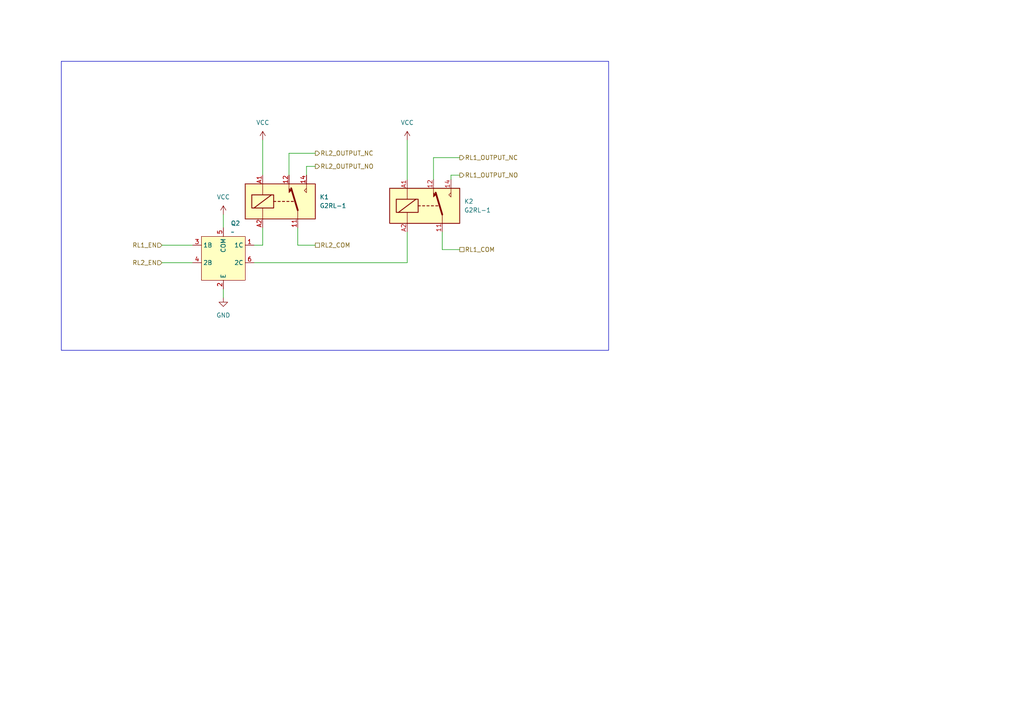
<source format=kicad_sch>
(kicad_sch (version 20250114) (generator "eeschema") (generator_version "9.0")
  (paper "A4")
  (lib_symbols
    (symbol "Relay:G2RL-1"
      (property "Reference" "K" (at 11.43 3.81 0))
      (property "Value" "G2RL-1" (at 11.43 1.27 0))
      (symbol "G2RL-1_0_0"
        (polyline (pts (xy 7.62 5.08) (xy 7.62 2.54) (xy 6.985 3.175) (xy 7.62 3.81)))
      )
      (symbol "G2RL-1_0_1"
        (rectangle (start -10.16 5.08) (end 10.16 -5.08) (stroke (width 0.254)) (fill (type background)))
        (rectangle (start -8.255 1.905) (end -1.905 -1.905) (stroke (width 0.254)))
        (polyline (pts (xy -7.62 -1.905) (xy -2.54 1.905)) (stroke (width 0.254)))
        (polyline (pts (xy -5.08 5.08) (xy -5.08 1.905)))
        (polyline (pts (xy -5.08 -5.08) (xy -5.08 -1.905)))
        (polyline (pts (xy -1.905 0) (xy -1.27 0)) (stroke (width 0.254)))
        (polyline (pts (xy -0.635 0) (xy 0 0)) (stroke (width 0.254)))
        (polyline (pts (xy 0.635 0) (xy 1.27 0)) (stroke (width 0.254)))
        (polyline (pts (xy 1.905 0) (xy 2.54 0)) (stroke (width 0.254)))
        (polyline (pts (xy 2.54 5.08) (xy 2.54 2.54) (xy 3.175 3.175) (xy 2.54 3.81)) (fill (type outline)))
        (polyline (pts (xy 3.175 0) (xy 3.81 0)) (stroke (width 0.254)))
        (polyline (pts (xy 5.08 -2.54) (xy 3.175 3.81)) (stroke (width 0.508)))
        (polyline (pts (xy 5.08 -2.54) (xy 5.08 -5.08)))
      )
      (symbol "G2RL-1_1_1"
        (pin passive line (at -5.08 7.62 270) (length 2.54) (name "~") (number "A1"))
        (pin passive line (at -5.08 -7.62 90) (length 2.54) (name "~") (number "A2"))
        (pin passive line (at 2.54 7.62 270) (length 2.54) (name "~") (number "12"))
        (pin passive line (at 5.08 -7.62 90) (length 2.54) (name "~") (number "11"))
        (pin passive line (at 7.62 7.62 270) (length 2.54) (name "~") (number "14"))
      )
    )
    (symbol "Riqi_Parts:LANKE LK1802"
      (property "Reference" "Q" (at -2.286 -16.764 0))
      (symbol "LANKE LK1802_1_1"
        (rectangle (start -2.54 -2.54) (end 10.16 -15.24) (fill (type background)))
        (pin input line (at -5.08 -5.08 0) (length 2.54) (name "1B") (number "3"))
        (pin input line (at -5.08 -10.16 0) (length 2.54) (name "2B") (number "4"))
        (pin passive line (at 3.81 0 270) (length 2.54) (name "COM") (number "5"))
        (pin passive line (at 3.81 -17.78 90) (length 2.54) (name "E") (number "2"))
        (pin open_collector line (at 12.7 -5.08 180) (length 2.54) (name "1C") (number "1"))
        (pin open_collector line (at 12.7 -10.16 180) (length 2.54) (name "2C") (number "6"))
      )
    )
    (symbol "power:GND" (power) (pin_numbers (hide yes)) (pin_names (offset 0) (hide yes))
      (property "Value" "GND" (at 0 -3.81 0))
      (symbol "GND_0_1"
        (polyline (pts (xy 0 0) (xy 0 -1.27) (xy 1.27 -1.27) (xy 0 -2.54) (xy -1.27 -1.27) (xy 0 -1.27)))
      )
      (symbol "GND_1_1"
        (pin power_in line (at 0 0 270) (length 0) (name "~") (number "1"))
      )
    )
    (symbol "power:VCC" (power) (pin_numbers (hide yes)) (pin_names (offset 0) (hide yes))
      (property "Value" "VCC" (at 0 3.556 0))
      (symbol "VCC_0_1"
        (polyline (pts (xy -0.762 1.27) (xy 0 2.54)))
        (polyline (pts (xy 0 2.54) (xy 0.762 1.27)))
        (polyline (pts (xy 0 0) (xy 0 2.54)))
      )
      (symbol "VCC_1_1"
        (pin power_in line (at 0 0 90) (length 0) (name "~") (number "1"))
      )
    )
  )
  (rectangle (start 17.78 17.78) (end 176.53 101.6))
  (wire (pts (xy 64.77 83.82) (xy 64.77 86.36)))
  (wire (pts (xy 76.2 40.64) (xy 76.2 50.8)))
  (wire (pts (xy 76.2 66.04) (xy 76.2 71.12)))
  (wire (pts (xy 83.82 44.45) (xy 83.82 50.8)))
  (wire (pts (xy 91.44 44.45) (xy 83.82 44.45)))
  (wire (pts (xy 73.66 76.2) (xy 118.11 76.2)))
  (wire (pts (xy 130.81 50.8) (xy 133.35 50.8)))
  (wire (pts (xy 88.9 48.26) (xy 88.9 50.8)))
  (wire (pts (xy 125.73 45.72) (xy 125.73 52.07)))
  (wire (pts (xy 86.36 66.04) (xy 86.36 71.12)))
  (wire (pts (xy 133.35 72.39) (xy 128.27 72.39)))
  (wire (pts (xy 46.99 71.12) (xy 55.88 71.12)))
  (wire (pts (xy 118.11 67.31) (xy 118.11 76.2)))
  (wire (pts (xy 133.35 45.72) (xy 125.73 45.72)))
  (wire (pts (xy 130.81 52.07) (xy 130.81 50.8)))
  (wire (pts (xy 91.44 48.26) (xy 88.9 48.26)))
  (wire (pts (xy 46.99 76.2) (xy 55.88 76.2)))
  (wire (pts (xy 86.36 71.12) (xy 91.44 71.12)))
  (wire (pts (xy 73.66 71.12) (xy 76.2 71.12)))
  (wire (pts (xy 118.11 40.64) (xy 118.11 52.07)))
  (wire (pts (xy 64.77 62.23) (xy 64.77 66.04)))
  (wire (pts (xy 128.27 72.39) (xy 128.27 67.31)))
  (hierarchical_label "RL2_OUTPUT_NC" (shape output) (at 91.44 44.45 0))
  (hierarchical_label "RL1_COM" (shape passive) (at 133.35 72.39 0))
  (hierarchical_label "RL2_EN" (shape input) (at 46.99 76.2 180))
  (hierarchical_label "RL1_OUTPUT_NO" (shape output) (at 133.35 50.8 0))
  (hierarchical_label "RL2_COM" (shape passive) (at 91.44 71.12 0))
  (hierarchical_label "RL1_OUTPUT_NC" (shape output) (at 133.35 45.72 0))
  (hierarchical_label "RL1_EN" (shape input) (at 46.99 71.12 180))
  (hierarchical_label "RL2_OUTPUT_NO" (shape output) (at 91.44 48.26 0))
  (symbol (lib_id "power:VCC") (at 118.11 40.64 0) (unit 1)
    (property "Reference" "#PWR021" (effects (hide yes)))
    (property "Value" "VCC" (at 118.11 35.56 0))
    (property "Description" "Power symbol creates a global label with name \"VCC\"" (effects (hide yes)))
  )
  (symbol (lib_id "Relay:G2RL-1") (at 81.28 58.42 0) (unit 1)
    (property "Reference" "K1" (at 92.71 57.1499 0) (effects (justify left)))
    (property "Value" "G2RL-1" (at 92.71 59.6899 0) (effects (justify left)))
    (property "Footprint" "Relay_THT:Relay_SPDT_Omron_G2RL-1" (effects (hide yes)))
    (property "Datasheet" "https://omronfs.omron.com/en_US/ecb/products/pdf/en-g2rl.pdf" (effects (hide yes)))
    (property "Description" "General Purpose Low Profile Relay SPDT Through Hole, Omron G2RL series, 12A 250VAC" (effects (hide yes)))
  )
  (symbol (lib_id "power:VCC") (at 64.77 62.23 0) (unit 1)
    (property "Reference" "#PWR019" (effects (hide yes)))
    (property "Value" "VCC" (at 64.77 57.15 0))
    (property "Description" "Power symbol creates a global label with name \"VCC\"" (effects (hide yes)))
  )
  (symbol (lib_id "Riqi_Parts:LANKE LK1802") (at 60.96 66.04 0) (unit 1)
    (property "Reference" "Q2" (at 66.9133 64.77 0) (effects (justify left)))
    (property "Value" "~" (at 66.9133 67.31 0) (effects (justify left)))
    (property "LCSC#" "C2984831" (effects (hide yes)))
  )
  (symbol (lib_id "power:VCC") (at 76.2 40.64 0) (unit 1)
    (property "Reference" "#PWR20" (effects (hide yes)))
    (property "Value" "VCC" (at 76.2 35.56 0))
    (property "Description" "Power symbol creates a global label with name \"VCC\"" (effects (hide yes)))
  )
  (symbol (lib_id "power:GND") (at 64.77 86.36 0) (unit 1)
    (property "Reference" "#PWR18" (effects (hide yes)))
    (property "Value" "GND" (at 64.77 91.44 0))
    (property "Description" "Power symbol creates a global label with name \"GND\" , ground" (effects (hide yes)))
  )
  (symbol (lib_id "Relay:G2RL-1") (at 123.19 59.69 0) (unit 1)
    (property "Reference" "K2" (at 134.62 58.4199 0) (effects (justify left)))
    (property "Value" "G2RL-1" (at 134.62 60.9599 0) (effects (justify left)))
    (property "Footprint" "Relay_THT:Relay_SPDT_Omron_G2RL-1" (effects (hide yes)))
    (property "Datasheet" "https://omronfs.omron.com/en_US/ecb/products/pdf/en-g2rl.pdf" (effects (hide yes)))
    (property "Description" "General Purpose Low Profile Relay SPDT Through Hole, Omron G2RL series, 12A 250VAC" (effects (hide yes)))
  )
)
</source>
